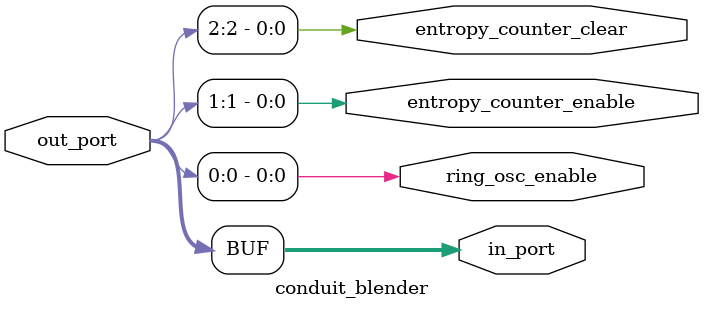
<source format=v>
module conduit_blender (
		output wire [2:0] in_port,                //    external_connection.export
		input  wire [2:0] out_port,               //                       .export
		output wire       ring_osc_enable,        //        ring_osc_enable.export
		output wire       entropy_counter_enable, // entropy_counter_enable.export
		output wire       entropy_counter_clear   //  entropy_counter_clear.export
	);

	assign in_port = out_port;

	assign ring_osc_enable = out_port[0];

	assign entropy_counter_enable = out_port[1];

	assign entropy_counter_clear = out_port[2];

endmodule


</source>
